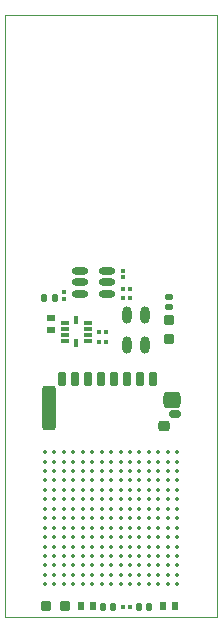
<source format=gtp>
%FSLAX44Y44*%
%MOMM*%
G71*
G01*
G75*
G04 Layer_Color=8421504*
G04:AMPARAMS|DCode=10|XSize=0.6mm|YSize=0.5mm|CornerRadius=0.05mm|HoleSize=0mm|Usage=FLASHONLY|Rotation=270.000|XOffset=0mm|YOffset=0mm|HoleType=Round|Shape=RoundedRectangle|*
%AMROUNDEDRECTD10*
21,1,0.6000,0.4000,0,0,270.0*
21,1,0.5000,0.5000,0,0,270.0*
1,1,0.1000,-0.2000,-0.2500*
1,1,0.1000,-0.2000,0.2500*
1,1,0.1000,0.2000,0.2500*
1,1,0.1000,0.2000,-0.2500*
%
%ADD10ROUNDEDRECTD10*%
G04:AMPARAMS|DCode=11|XSize=0.4mm|YSize=0.37mm|CornerRadius=0.037mm|HoleSize=0mm|Usage=FLASHONLY|Rotation=90.000|XOffset=0mm|YOffset=0mm|HoleType=Round|Shape=RoundedRectangle|*
%AMROUNDEDRECTD11*
21,1,0.4000,0.2960,0,0,90.0*
21,1,0.3260,0.3700,0,0,90.0*
1,1,0.0740,0.1480,0.1630*
1,1,0.0740,0.1480,-0.1630*
1,1,0.0740,-0.1480,-0.1630*
1,1,0.0740,-0.1480,0.1630*
%
%ADD11ROUNDEDRECTD11*%
%ADD12R,0.5400X0.7400*%
%ADD13R,0.7400X0.5400*%
G04:AMPARAMS|DCode=14|XSize=0.8mm|YSize=0.8mm|CornerRadius=0.12mm|HoleSize=0mm|Usage=FLASHONLY|Rotation=0.000|XOffset=0mm|YOffset=0mm|HoleType=Round|Shape=RoundedRectangle|*
%AMROUNDEDRECTD14*
21,1,0.8000,0.5600,0,0,0.0*
21,1,0.5600,0.8000,0,0,0.0*
1,1,0.2400,0.2800,-0.2800*
1,1,0.2400,-0.2800,-0.2800*
1,1,0.2400,-0.2800,0.2800*
1,1,0.2400,0.2800,0.2800*
%
%ADD14ROUNDEDRECTD14*%
%ADD15C,0.3500*%
%ADD16O,1.4000X0.6000*%
G04:AMPARAMS|DCode=17|XSize=0.8mm|YSize=0.8mm|CornerRadius=0.12mm|HoleSize=0mm|Usage=FLASHONLY|Rotation=270.000|XOffset=0mm|YOffset=0mm|HoleType=Round|Shape=RoundedRectangle|*
%AMROUNDEDRECTD17*
21,1,0.8000,0.5600,0,0,270.0*
21,1,0.5600,0.8000,0,0,270.0*
1,1,0.2400,-0.2800,-0.2800*
1,1,0.2400,-0.2800,0.2800*
1,1,0.2400,0.2800,0.2800*
1,1,0.2400,0.2800,-0.2800*
%
%ADD17ROUNDEDRECTD17*%
G04:AMPARAMS|DCode=18|XSize=0.6mm|YSize=0.5mm|CornerRadius=0.05mm|HoleSize=0mm|Usage=FLASHONLY|Rotation=180.000|XOffset=0mm|YOffset=0mm|HoleType=Round|Shape=RoundedRectangle|*
%AMROUNDEDRECTD18*
21,1,0.6000,0.4000,0,0,180.0*
21,1,0.5000,0.5000,0,0,180.0*
1,1,0.1000,-0.2500,0.2000*
1,1,0.1000,0.2500,0.2000*
1,1,0.1000,0.2500,-0.2000*
1,1,0.1000,-0.2500,-0.2000*
%
%ADD18ROUNDEDRECTD18*%
%ADD19O,0.8000X1.4700*%
G04:AMPARAMS|DCode=20|XSize=0.95mm|YSize=0.85mm|CornerRadius=0.2125mm|HoleSize=0mm|Usage=FLASHONLY|Rotation=180.000|XOffset=0mm|YOffset=0mm|HoleType=Round|Shape=RoundedRectangle|*
%AMROUNDEDRECTD20*
21,1,0.9500,0.4250,0,0,180.0*
21,1,0.5250,0.8500,0,0,180.0*
1,1,0.4250,-0.2625,0.2125*
1,1,0.4250,0.2625,0.2125*
1,1,0.4250,0.2625,-0.2125*
1,1,0.4250,-0.2625,-0.2125*
%
%ADD20ROUNDEDRECTD20*%
G04:AMPARAMS|DCode=21|XSize=1mm|YSize=0.6mm|CornerRadius=0.15mm|HoleSize=0mm|Usage=FLASHONLY|Rotation=180.000|XOffset=0mm|YOffset=0mm|HoleType=Round|Shape=RoundedRectangle|*
%AMROUNDEDRECTD21*
21,1,1.0000,0.3000,0,0,180.0*
21,1,0.7000,0.6000,0,0,180.0*
1,1,0.3000,-0.3500,0.1500*
1,1,0.3000,0.3500,0.1500*
1,1,0.3000,0.3500,-0.1500*
1,1,0.3000,-0.3500,-0.1500*
%
%ADD21ROUNDEDRECTD21*%
G04:AMPARAMS|DCode=22|XSize=1.45mm|YSize=1.4mm|CornerRadius=0.35mm|HoleSize=0mm|Usage=FLASHONLY|Rotation=0.000|XOffset=0mm|YOffset=0mm|HoleType=Round|Shape=RoundedRectangle|*
%AMROUNDEDRECTD22*
21,1,1.4500,0.7000,0,0,0.0*
21,1,0.7500,1.4000,0,0,0.0*
1,1,0.7000,0.3750,-0.3500*
1,1,0.7000,-0.3750,-0.3500*
1,1,0.7000,-0.3750,0.3500*
1,1,0.7000,0.3750,0.3500*
%
%ADD22ROUNDEDRECTD22*%
G04:AMPARAMS|DCode=23|XSize=0.6mm|YSize=1.25mm|CornerRadius=0.15mm|HoleSize=0mm|Usage=FLASHONLY|Rotation=0.000|XOffset=0mm|YOffset=0mm|HoleType=Round|Shape=RoundedRectangle|*
%AMROUNDEDRECTD23*
21,1,0.6000,0.9500,0,0,0.0*
21,1,0.3000,1.2500,0,0,0.0*
1,1,0.3000,0.1500,-0.4750*
1,1,0.3000,-0.1500,-0.4750*
1,1,0.3000,-0.1500,0.4750*
1,1,0.3000,0.1500,0.4750*
%
%ADD23ROUNDEDRECTD23*%
G04:AMPARAMS|DCode=24|XSize=3.79mm|YSize=1.2mm|CornerRadius=0.3mm|HoleSize=0mm|Usage=FLASHONLY|Rotation=270.000|XOffset=0mm|YOffset=0mm|HoleType=Round|Shape=RoundedRectangle|*
%AMROUNDEDRECTD24*
21,1,3.7900,0.6000,0,0,270.0*
21,1,3.1900,1.2000,0,0,270.0*
1,1,0.6000,-0.3000,-1.5950*
1,1,0.6000,-0.3000,1.5950*
1,1,0.6000,0.3000,1.5950*
1,1,0.6000,0.3000,-1.5950*
%
%ADD24ROUNDEDRECTD24*%
G04:AMPARAMS|DCode=25|XSize=0.76mm|YSize=0.27mm|CornerRadius=0.027mm|HoleSize=0mm|Usage=FLASHONLY|Rotation=180.000|XOffset=0mm|YOffset=0mm|HoleType=Round|Shape=RoundedRectangle|*
%AMROUNDEDRECTD25*
21,1,0.7600,0.2160,0,0,180.0*
21,1,0.7060,0.2700,0,0,180.0*
1,1,0.0540,-0.3530,0.1080*
1,1,0.0540,0.3530,0.1080*
1,1,0.0540,0.3530,-0.1080*
1,1,0.0540,-0.3530,-0.1080*
%
%ADD25ROUNDEDRECTD25*%
G04:AMPARAMS|DCode=26|XSize=0.76mm|YSize=0.27mm|CornerRadius=0.027mm|HoleSize=0mm|Usage=FLASHONLY|Rotation=90.000|XOffset=0mm|YOffset=0mm|HoleType=Round|Shape=RoundedRectangle|*
%AMROUNDEDRECTD26*
21,1,0.7600,0.2160,0,0,90.0*
21,1,0.7060,0.2700,0,0,90.0*
1,1,0.0540,0.1080,0.3530*
1,1,0.0540,0.1080,-0.3530*
1,1,0.0540,-0.1080,-0.3530*
1,1,0.0540,-0.1080,0.3530*
%
%ADD26ROUNDEDRECTD26*%
G04:AMPARAMS|DCode=27|XSize=0.4mm|YSize=0.37mm|CornerRadius=0.037mm|HoleSize=0mm|Usage=FLASHONLY|Rotation=0.000|XOffset=0mm|YOffset=0mm|HoleType=Round|Shape=RoundedRectangle|*
%AMROUNDEDRECTD27*
21,1,0.4000,0.2960,0,0,0.0*
21,1,0.3260,0.3700,0,0,0.0*
1,1,0.0740,0.1630,-0.1480*
1,1,0.0740,-0.1630,-0.1480*
1,1,0.0740,-0.1630,0.1480*
1,1,0.0740,0.1630,0.1480*
%
%ADD27ROUNDEDRECTD27*%
%ADD28C,0.0750*%
%ADD29C,0.0751*%
%ADD30C,0.1000*%
%ADD31C,0.3000*%
%ADD32C,0.1500*%
%ADD33C,0.0100*%
%ADD34C,1.5000*%
%ADD35R,1.5000X1.5000*%
%ADD36R,1.5000X1.5000*%
%ADD37C,0.8000*%
G04:AMPARAMS|DCode=38|XSize=0.3mm|YSize=0.6mm|CornerRadius=0.0495mm|HoleSize=0mm|Usage=FLASHONLY|Rotation=270.000|XOffset=0mm|YOffset=0mm|HoleType=Round|Shape=RoundedRectangle|*
%AMROUNDEDRECTD38*
21,1,0.3000,0.5010,0,0,270.0*
21,1,0.2010,0.6000,0,0,270.0*
1,1,0.0990,-0.2505,-0.1005*
1,1,0.0990,-0.2505,0.1005*
1,1,0.0990,0.2505,0.1005*
1,1,0.0990,0.2505,-0.1005*
%
%ADD38ROUNDEDRECTD38*%
G04:AMPARAMS|DCode=39|XSize=0.3mm|YSize=0.6mm|CornerRadius=0.0495mm|HoleSize=0mm|Usage=FLASHONLY|Rotation=0.000|XOffset=0mm|YOffset=0mm|HoleType=Round|Shape=RoundedRectangle|*
%AMROUNDEDRECTD39*
21,1,0.3000,0.5010,0,0,0.0*
21,1,0.2010,0.6000,0,0,0.0*
1,1,0.0990,0.1005,-0.2505*
1,1,0.0990,-0.1005,-0.2505*
1,1,0.0990,-0.1005,0.2505*
1,1,0.0990,0.1005,0.2505*
%
%ADD39ROUNDEDRECTD39*%
%ADD40R,0.9000X2.2500*%
G04:AMPARAMS|DCode=41|XSize=1.38mm|YSize=1.05mm|CornerRadius=0.105mm|HoleSize=0mm|Usage=FLASHONLY|Rotation=0.000|XOffset=0mm|YOffset=0mm|HoleType=Round|Shape=RoundedRectangle|*
%AMROUNDEDRECTD41*
21,1,1.3800,0.8400,0,0,0.0*
21,1,1.1700,1.0500,0,0,0.0*
1,1,0.2100,0.5850,-0.4200*
1,1,0.2100,-0.5850,-0.4200*
1,1,0.2100,-0.5850,0.4200*
1,1,0.2100,0.5850,0.4200*
%
%ADD41ROUNDEDRECTD41*%
G04:AMPARAMS|DCode=42|XSize=1.38mm|YSize=1.05mm|CornerRadius=0.105mm|HoleSize=0mm|Usage=FLASHONLY|Rotation=270.000|XOffset=0mm|YOffset=0mm|HoleType=Round|Shape=RoundedRectangle|*
%AMROUNDEDRECTD42*
21,1,1.3800,0.8400,0,0,270.0*
21,1,1.1700,1.0500,0,0,270.0*
1,1,0.2100,-0.4200,-0.5850*
1,1,0.2100,-0.4200,0.5850*
1,1,0.2100,0.4200,0.5850*
1,1,0.2100,0.4200,-0.5850*
%
%ADD42ROUNDEDRECTD42*%
G04:AMPARAMS|DCode=43|XSize=0.9mm|YSize=0.8mm|CornerRadius=0.08mm|HoleSize=0mm|Usage=FLASHONLY|Rotation=180.000|XOffset=0mm|YOffset=0mm|HoleType=Round|Shape=RoundedRectangle|*
%AMROUNDEDRECTD43*
21,1,0.9000,0.6400,0,0,180.0*
21,1,0.7400,0.8000,0,0,180.0*
1,1,0.1600,-0.3700,0.3200*
1,1,0.1600,0.3700,0.3200*
1,1,0.1600,0.3700,-0.3200*
1,1,0.1600,-0.3700,-0.3200*
%
%ADD43ROUNDEDRECTD43*%
%ADD44O,1.6000X0.6000*%
%ADD45C,0.2000*%
%ADD46C,0.2540*%
%ADD47C,0.2500*%
%ADD48C,0.6000*%
%ADD49C,0.5000*%
%ADD50C,0.1200*%
D10*
X121799Y8500D02*
D03*
X112800D02*
D03*
X41676Y270122D02*
D03*
X32676D02*
D03*
X82301Y8000D02*
D03*
X91301D02*
D03*
D11*
X105350Y8000D02*
D03*
X99650D02*
D03*
X99450Y278000D02*
D03*
X105150D02*
D03*
X105150Y269900D02*
D03*
X99450D02*
D03*
X85250Y232500D02*
D03*
X79550D02*
D03*
X85250Y241400D02*
D03*
X79550D02*
D03*
D12*
X143300Y8800D02*
D03*
X133300D02*
D03*
X73800Y9000D02*
D03*
X63800D02*
D03*
D13*
X38424Y252826D02*
D03*
Y242826D02*
D03*
D14*
X34700Y9500D02*
D03*
X50700D02*
D03*
D15*
X33500Y27500D02*
D03*
Y35500D02*
D03*
Y43500D02*
D03*
Y51500D02*
D03*
Y59500D02*
D03*
Y67500D02*
D03*
Y75500D02*
D03*
Y83500D02*
D03*
Y91500D02*
D03*
Y99500D02*
D03*
Y107500D02*
D03*
Y115500D02*
D03*
Y123500D02*
D03*
Y131500D02*
D03*
Y139500D02*
D03*
X41500Y27500D02*
D03*
Y35500D02*
D03*
Y43500D02*
D03*
Y51500D02*
D03*
Y59500D02*
D03*
Y67500D02*
D03*
Y75500D02*
D03*
Y83500D02*
D03*
Y91500D02*
D03*
Y99500D02*
D03*
Y107500D02*
D03*
Y115500D02*
D03*
Y123500D02*
D03*
Y131500D02*
D03*
Y139500D02*
D03*
X49500Y27500D02*
D03*
Y35500D02*
D03*
Y43500D02*
D03*
Y51500D02*
D03*
Y59500D02*
D03*
Y67500D02*
D03*
Y75500D02*
D03*
Y83500D02*
D03*
Y91500D02*
D03*
Y99500D02*
D03*
Y107500D02*
D03*
Y115500D02*
D03*
Y123500D02*
D03*
Y131500D02*
D03*
Y139500D02*
D03*
X57500Y27500D02*
D03*
Y35500D02*
D03*
Y43500D02*
D03*
Y51500D02*
D03*
Y59500D02*
D03*
Y67500D02*
D03*
Y75500D02*
D03*
Y83500D02*
D03*
Y91500D02*
D03*
Y99500D02*
D03*
Y107500D02*
D03*
Y115500D02*
D03*
Y123500D02*
D03*
Y131500D02*
D03*
Y139500D02*
D03*
X65500Y27500D02*
D03*
Y35500D02*
D03*
Y43500D02*
D03*
Y51500D02*
D03*
Y59500D02*
D03*
Y67500D02*
D03*
Y75500D02*
D03*
Y83500D02*
D03*
Y91500D02*
D03*
Y99500D02*
D03*
Y107500D02*
D03*
Y115500D02*
D03*
Y123500D02*
D03*
Y131500D02*
D03*
Y139500D02*
D03*
X73500Y27500D02*
D03*
Y35500D02*
D03*
Y43500D02*
D03*
Y51500D02*
D03*
Y59500D02*
D03*
Y67500D02*
D03*
Y75500D02*
D03*
Y83500D02*
D03*
Y91500D02*
D03*
Y99500D02*
D03*
Y107500D02*
D03*
Y115500D02*
D03*
Y123500D02*
D03*
Y131500D02*
D03*
Y139500D02*
D03*
X81500Y27500D02*
D03*
Y35500D02*
D03*
Y43500D02*
D03*
Y51500D02*
D03*
Y59500D02*
D03*
Y67500D02*
D03*
Y75500D02*
D03*
Y83500D02*
D03*
Y91500D02*
D03*
Y99500D02*
D03*
Y107500D02*
D03*
Y115500D02*
D03*
Y123500D02*
D03*
Y131500D02*
D03*
Y139500D02*
D03*
X89500Y27500D02*
D03*
Y35500D02*
D03*
Y43500D02*
D03*
Y51500D02*
D03*
Y59500D02*
D03*
Y67500D02*
D03*
Y75500D02*
D03*
Y83500D02*
D03*
Y91500D02*
D03*
Y99500D02*
D03*
Y107500D02*
D03*
Y115500D02*
D03*
Y123500D02*
D03*
Y131500D02*
D03*
Y139500D02*
D03*
X97500Y27500D02*
D03*
Y35500D02*
D03*
Y43500D02*
D03*
Y51500D02*
D03*
Y59500D02*
D03*
Y67500D02*
D03*
Y75500D02*
D03*
Y83500D02*
D03*
Y91500D02*
D03*
Y99500D02*
D03*
Y107500D02*
D03*
Y115500D02*
D03*
Y123500D02*
D03*
Y131500D02*
D03*
Y139500D02*
D03*
X105500Y27500D02*
D03*
Y35500D02*
D03*
Y43500D02*
D03*
Y51500D02*
D03*
Y59500D02*
D03*
Y67500D02*
D03*
Y75500D02*
D03*
Y83500D02*
D03*
Y91500D02*
D03*
Y99500D02*
D03*
Y107500D02*
D03*
Y115500D02*
D03*
Y123500D02*
D03*
Y131500D02*
D03*
Y139500D02*
D03*
X113500Y27500D02*
D03*
Y35500D02*
D03*
Y43500D02*
D03*
Y51500D02*
D03*
Y59500D02*
D03*
Y67500D02*
D03*
Y75500D02*
D03*
Y83500D02*
D03*
Y91500D02*
D03*
Y99500D02*
D03*
Y107500D02*
D03*
Y115500D02*
D03*
Y123500D02*
D03*
Y131500D02*
D03*
Y139500D02*
D03*
X121500Y27500D02*
D03*
Y35500D02*
D03*
Y43500D02*
D03*
Y51500D02*
D03*
Y59500D02*
D03*
Y67500D02*
D03*
Y75500D02*
D03*
Y83500D02*
D03*
Y91500D02*
D03*
Y99500D02*
D03*
Y107500D02*
D03*
Y115500D02*
D03*
Y123500D02*
D03*
Y131500D02*
D03*
Y139500D02*
D03*
X129500Y27500D02*
D03*
Y35500D02*
D03*
Y43500D02*
D03*
Y51500D02*
D03*
Y59500D02*
D03*
Y67500D02*
D03*
Y75500D02*
D03*
Y83500D02*
D03*
Y91500D02*
D03*
Y99500D02*
D03*
Y107500D02*
D03*
Y115500D02*
D03*
Y123500D02*
D03*
Y131500D02*
D03*
Y139500D02*
D03*
X137500Y27500D02*
D03*
Y35500D02*
D03*
Y43500D02*
D03*
Y51500D02*
D03*
Y59500D02*
D03*
Y67500D02*
D03*
Y75500D02*
D03*
Y83500D02*
D03*
Y91500D02*
D03*
Y99500D02*
D03*
Y107500D02*
D03*
Y115500D02*
D03*
Y123500D02*
D03*
Y131500D02*
D03*
Y139500D02*
D03*
X145500Y27500D02*
D03*
Y35500D02*
D03*
Y43500D02*
D03*
Y51500D02*
D03*
Y59500D02*
D03*
Y67500D02*
D03*
Y75500D02*
D03*
Y83500D02*
D03*
Y91500D02*
D03*
Y99500D02*
D03*
Y107500D02*
D03*
Y115500D02*
D03*
Y123500D02*
D03*
Y131500D02*
D03*
Y139500D02*
D03*
D16*
X86200Y283200D02*
D03*
Y292700D02*
D03*
Y273700D02*
D03*
X63200D02*
D03*
Y283200D02*
D03*
Y292700D02*
D03*
D17*
X138500Y251100D02*
D03*
Y235100D02*
D03*
D18*
X138500Y262200D02*
D03*
Y271200D02*
D03*
D19*
X103100Y230100D02*
D03*
Y255500D02*
D03*
X118100D02*
D03*
Y230100D02*
D03*
D20*
X134425Y161750D02*
D03*
D21*
X143725Y171500D02*
D03*
D22*
X141475Y184001D02*
D03*
D23*
X48175Y201250D02*
D03*
X59175D02*
D03*
X70175D02*
D03*
X81175D02*
D03*
X92175D02*
D03*
X103175D02*
D03*
X114175D02*
D03*
X125175D02*
D03*
D24*
X36675Y176450D02*
D03*
D25*
X69751Y233801D02*
D03*
Y238801D02*
D03*
Y243801D02*
D03*
Y248801D02*
D03*
X50251D02*
D03*
Y243801D02*
D03*
Y238801D02*
D03*
Y233801D02*
D03*
D26*
X60001Y251051D02*
D03*
Y231551D02*
D03*
D27*
X49700Y268950D02*
D03*
Y274650D02*
D03*
X99700Y293250D02*
D03*
Y287550D02*
D03*
D33*
X0Y0D02*
Y510000D01*
X179000D01*
X0Y0D02*
X179000Y-0D01*
Y510000D01*
M02*

</source>
